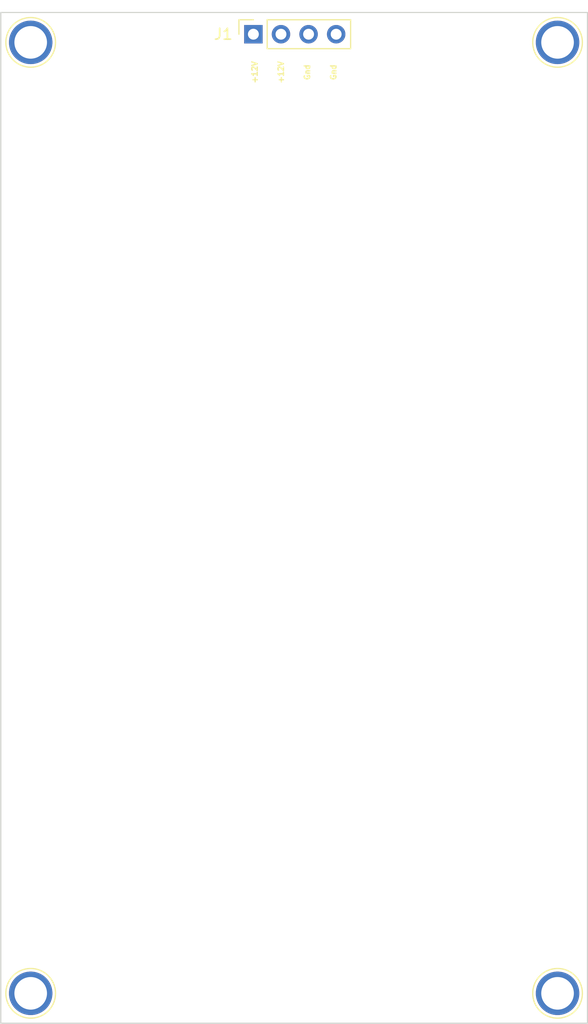
<source format=kicad_pcb>
(kicad_pcb (version 20211014) (generator pcbnew)
  (layers (0 "F.Cu" signal) (31 "B.Cu" signal) (34 "B.Paste" user) (35 "F.Paste" user) (36 "B.SilkS" user "B.Silkscreen") (37 "F.SilkS" user "F.Silkscreen") (38 "B.Mask" user) (39 "F.Mask" user) (44 "Edge.Cuts" user))
  (net 0 "")
  (net 1 "GND")
  (net 2 "+12V")
  (footprint "TestPoint:TestPoint_Plated_Hole_D3.0mm" (layer "F.Cu") (at 132.675 51.675)
    (fp_text reference "H1" hide)
    (fp_text value "MountingHole_Pad" hide)
    (fp_circle (center 0 0) (end 0 -2.286) (layer "F.SilkS") (width 0.12) (fill none))
    (pad "1" thru_hole circle (at 0 0) (size 4 4) (drill 3) (layers F&B.Cu *.Mask))
  )
  (footprint "TestPoint:TestPoint_Plated_Hole_D3.0mm" (layer "F.Cu") (at 181.175 51.675)
    (fp_text reference "H2" hide)
    (fp_text value "MountingHole_Pad" hide)
    (fp_circle (center 0 0) (end 0 -2.286) (layer "F.SilkS") (width 0.12) (fill none))
    (pad "1" thru_hole circle (at 0 0) (size 4 4) (drill 3) (layers F&B.Cu *.Mask))
  )
  (footprint "Connector_PinSocket_2.54mm:PinSocket_1x04_P2.54mm_Vertical" (layer "F.Cu") (at 153.175 50.925 90)
    (fp_text reference "J1" (at 0 -2.77 180) (layer "F.SilkS"))
    (fp_text value "Conn_01x04" hide)
    (fp_line (start -1.33 8.95) (end 1.33 8.95) (layer "F.SilkS") (width 0.12))
    (fp_line (start 1.33 -1.33) (end 1.33 0) (layer "F.SilkS") (width 0.12))
    (fp_line (start -1.33 1.27) (end 1.33 1.27) (layer "F.SilkS") (width 0.12))
    (fp_line (start -1.33 1.27) (end -1.33 8.95) (layer "F.SilkS") (width 0.12))
    (fp_line (start 1.33 1.27) (end 1.33 8.95) (layer "F.SilkS") (width 0.12))
    (fp_line (start 0 -1.33) (end 1.33 -1.33) (layer "F.SilkS") (width 0.12))
    (pad "1" thru_hole rect (at 0 0 90) (size 1.7 1.7) (drill 1) (layers F&B.Cu *.Mask) (net 2 "+12V"))
    (pad "2" thru_hole oval (at 0 2.54 90) (size 1.7 1.7) (drill 1) (layers F&B.Cu *.Mask) (net 2 "+12V"))
    (pad "3" thru_hole oval (at 0 5.08 90) (size 1.7 1.7) (drill 1) (layers F&B.Cu *.Mask) (net 1 "GND"))
    (pad "4" thru_hole oval (at 0 7.62 90) (size 1.7 1.7) (drill 1) (layers F&B.Cu *.Mask) (net 1 "GND"))
  )
  (footprint "TestPoint:TestPoint_Plated_Hole_D3.0mm" (layer "F.Cu") (at 181.175 139.175)
    (fp_text reference "H4" hide)
    (fp_text value "MountingHole_Pad" hide)
    (fp_circle (center 0 0) (end 0 -2.286) (layer "F.SilkS") (width 0.12) (fill none))
    (pad "1" thru_hole circle (at 0 0) (size 4 4) (drill 3) (layers F&B.Cu *.Mask))
  )
  (footprint "TestPoint:TestPoint_Plated_Hole_D3.0mm" (layer "F.Cu") (at 132.675 139.175)
    (fp_text reference "H3" hide)
    (fp_text value "MountingHole_Pad" hide)
    (fp_circle (center 0 0) (end 0 -2.286) (layer "F.SilkS") (width 0.12) (fill none))
    (pad "1" thru_hole circle (at 0 0) (size 4 4) (drill 3) (layers F&B.Cu *.Mask))
  )
  (gr_rect (start 129.925 48.925) (end 183.925 141.925) (layer "Edge.Cuts") (width 0.1) (fill none))
  (gr_text "+12V\n\n\n+12V\n\n\nGnd\n\n\nGnd" (at 156.925 54.425 90) (layer "F.SilkS") (effects (font (size 0.5 0.5) (thickness 0.125))))
)
</source>
